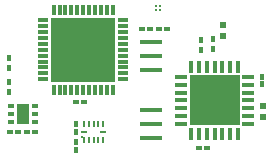
<source format=gbr>
G04 #@! TF.GenerationSoftware,KiCad,Pcbnew,(5.1.6)-1*
G04 #@! TF.CreationDate,2021-12-03T12:33:41+01:00*
G04 #@! TF.ProjectId,USBEMBEDED,55534245-4d42-4454-9445-442e6b696361,rev?*
G04 #@! TF.SameCoordinates,Original*
G04 #@! TF.FileFunction,Paste,Top*
G04 #@! TF.FilePolarity,Positive*
%FSLAX46Y46*%
G04 Gerber Fmt 4.6, Leading zero omitted, Abs format (unit mm)*
G04 Created by KiCad (PCBNEW (5.1.6)-1) date 2021-12-03 12:33:41*
%MOMM*%
%LPD*%
G01*
G04 APERTURE LIST*
%ADD10C,0.186000*%
%ADD11R,0.200000X0.150000*%
%ADD12R,0.600000X0.200000*%
%ADD13R,0.200000X0.600000*%
%ADD14R,0.470000X0.440000*%
%ADD15R,1.100000X1.700000*%
%ADD16R,0.600000X0.350000*%
%ADD17R,4.200000X4.200000*%
%ADD18R,0.350000X1.050000*%
%ADD19R,1.050000X0.350000*%
%ADD20R,5.400000X5.400000*%
%ADD21R,0.950000X0.300000*%
%ADD22R,0.300000X0.950000*%
%ADD23R,0.400000X0.625000*%
%ADD24R,1.900000X0.400000*%
%ADD25R,0.620000X0.600000*%
%ADD26R,0.440000X0.470000*%
G04 APERTURE END LIST*
D10*
G04 #@! TO.C,IC4*
X154865000Y-95235000D03*
X154515000Y-95235000D03*
X154865000Y-94885000D03*
X154515000Y-94885000D03*
G04 #@! TD*
D11*
G04 #@! TO.C,IC5*
X148270000Y-105955000D03*
D12*
X148470000Y-105530000D03*
D13*
X148470000Y-104880000D03*
X148870000Y-104880000D03*
X149270000Y-104880000D03*
X149670000Y-104880000D03*
X150070000Y-104880000D03*
D12*
X150070000Y-105530000D03*
D13*
X150070000Y-106180000D03*
X149670000Y-106180000D03*
X149270000Y-106180000D03*
X148870000Y-106180000D03*
X148470000Y-106180000D03*
G04 #@! TD*
D14*
G04 #@! TO.C,1uF4*
X155500000Y-96810000D03*
X154830000Y-96810000D03*
G04 #@! TD*
G04 #@! TO.C,1uF1*
X148415000Y-102980000D03*
X147745000Y-102980000D03*
G04 #@! TD*
G04 #@! TO.C,0.1uF3*
X158835000Y-106880000D03*
X158165000Y-106880000D03*
G04 #@! TD*
D15*
G04 #@! TO.C,PS1*
X143280000Y-104020000D03*
D16*
X142230000Y-104670000D03*
X142230000Y-104020000D03*
X142230000Y-103370000D03*
X144330000Y-103370000D03*
X144330000Y-104020000D03*
X144330000Y-104670000D03*
G04 #@! TD*
D17*
G04 #@! TO.C,IC3*
X159500000Y-102870000D03*
D18*
X157550000Y-100020000D03*
X158200000Y-100020000D03*
X158850000Y-100020000D03*
X159500000Y-100020000D03*
X160150000Y-100020000D03*
X160800000Y-100020000D03*
X161450000Y-100020000D03*
D19*
X162350000Y-100920000D03*
X162350000Y-101570000D03*
X162350000Y-102220000D03*
X162350000Y-102870000D03*
X162350000Y-103520000D03*
X162350000Y-104170000D03*
X162350000Y-104820000D03*
D18*
X161450000Y-105720000D03*
X160800000Y-105720000D03*
X160150000Y-105720000D03*
X159500000Y-105720000D03*
X158850000Y-105720000D03*
X158200000Y-105720000D03*
X157550000Y-105720000D03*
D19*
X156650000Y-104820000D03*
X156650000Y-104170000D03*
X156650000Y-103520000D03*
X156650000Y-102870000D03*
X156650000Y-102220000D03*
X156650000Y-101570000D03*
X156650000Y-100920000D03*
G04 #@! TD*
D20*
G04 #@! TO.C,IC2*
X148380000Y-98570000D03*
D21*
X144980000Y-101070000D03*
X144980000Y-100570000D03*
X144980000Y-100070000D03*
X144980000Y-99570000D03*
X144980000Y-99070000D03*
X144980000Y-98570000D03*
X144980000Y-98070000D03*
X144980000Y-97570000D03*
X144980000Y-97070000D03*
X144980000Y-96570000D03*
X144980000Y-96070000D03*
D22*
X145880000Y-95170000D03*
X146380000Y-95170000D03*
X146880000Y-95170000D03*
X147380000Y-95170000D03*
X147880000Y-95170000D03*
X148380000Y-95170000D03*
X148880000Y-95170000D03*
X149380000Y-95170000D03*
X149880000Y-95170000D03*
X150380000Y-95170000D03*
X150880000Y-95170000D03*
D21*
X151780000Y-96070000D03*
X151780000Y-96570000D03*
X151780000Y-97070000D03*
X151780000Y-97570000D03*
X151780000Y-98070000D03*
X151780000Y-98570000D03*
X151780000Y-99070000D03*
X151780000Y-99570000D03*
X151780000Y-100070000D03*
X151780000Y-100570000D03*
X151780000Y-101070000D03*
D22*
X150880000Y-101970000D03*
X150380000Y-101970000D03*
X149880000Y-101970000D03*
X149380000Y-101970000D03*
X148880000Y-101970000D03*
X148380000Y-101970000D03*
X147880000Y-101970000D03*
X147380000Y-101970000D03*
X146880000Y-101970000D03*
X146380000Y-101970000D03*
X145880000Y-101970000D03*
G04 #@! TD*
D23*
G04 #@! TO.C,22Ohm2*
X142090000Y-100092000D03*
X142090000Y-99268000D03*
G04 #@! TD*
G04 #@! TO.C,22Ohm1*
X142090000Y-102142000D03*
X142090000Y-101318000D03*
G04 #@! TD*
D14*
G04 #@! TO.C,1uF5*
X153390000Y-96810000D03*
X154060000Y-96810000D03*
G04 #@! TD*
G04 #@! TO.C,1uF3*
X142175000Y-105550000D03*
X142845000Y-105550000D03*
G04 #@! TD*
G04 #@! TO.C,1uF2*
X144325000Y-105550000D03*
X143655000Y-105550000D03*
G04 #@! TD*
D24*
G04 #@! TO.C,16Mhz2*
X154110000Y-106040000D03*
X154110000Y-104840000D03*
X154110000Y-103640000D03*
G04 #@! TD*
G04 #@! TO.C,16Mhz1*
X154120000Y-100330000D03*
X154120000Y-99130000D03*
X154120000Y-97930000D03*
G04 #@! TD*
D25*
G04 #@! TO.C,10uF2*
X160260000Y-96490000D03*
X160260000Y-97410000D03*
G04 #@! TD*
G04 #@! TO.C,10uF1*
X163640000Y-104270000D03*
X163640000Y-103350000D03*
G04 #@! TD*
D23*
G04 #@! TO.C,10KOhm1*
X158360000Y-98572000D03*
X158360000Y-97748000D03*
G04 #@! TD*
G04 #@! TO.C,10KOhm2*
X159330000Y-97658000D03*
X159330000Y-98482000D03*
G04 #@! TD*
D26*
G04 #@! TO.C,0.1uF4*
X163510000Y-100845000D03*
X163510000Y-101515000D03*
G04 #@! TD*
G04 #@! TO.C,0.1uF2*
X147750000Y-105565000D03*
X147750000Y-104895000D03*
G04 #@! TD*
G04 #@! TO.C,0.1uF1*
X147760000Y-106350000D03*
X147760000Y-107020000D03*
G04 #@! TD*
M02*

</source>
